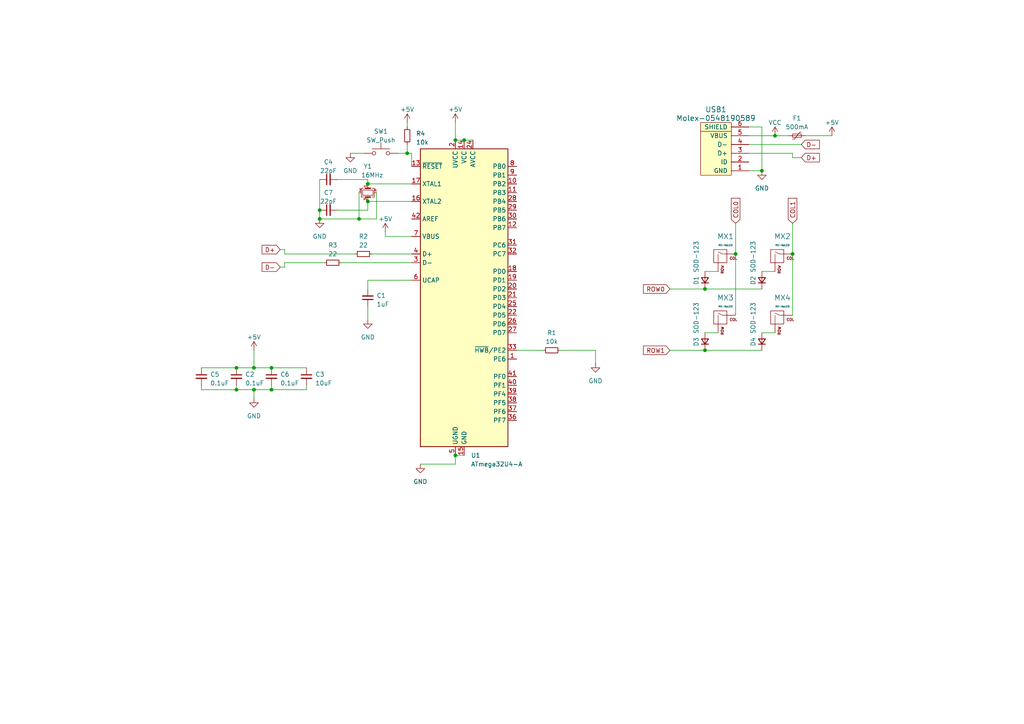
<source format=kicad_sch>
(kicad_sch (version 20230121) (generator eeschema)
  (paper "A4")
  (lib_symbols
    (symbol "Device:C_Small" (pin_numbers hide) (pin_names (offset 0.254) hide)
      (property "Reference" "C" (at 0.254 1.778 0))
      (property "Value" "C_Small" (at 0.254 -2.032 0))
      (symbol "C_Small_0_1"
        (polyline (pts (xy -1.524 -0.508) (xy 1.524 -0.508)) (stroke (width 0.3302)))
        (polyline (pts (xy -1.524 0.508) (xy 1.524 0.508)) (stroke (width 0.3048)))
      )
      (symbol "C_Small_1_1"
        (pin passive line (at 0 2.54 270) (length 2.032) (name "~") (number "1"))
        (pin passive line (at 0 -2.54 90) (length 2.032) (name "~") (number "2"))
      )
    )
    (symbol "Device:Crystal_GND24_Small" (pin_names (offset 1.016) hide)
      (property "Reference" "Y" (at 1.27 4.445 0))
      (property "Value" "Crystal_GND24_Small" (at 1.27 2.54 0))
      (symbol "Crystal_GND24_Small_0_1"
        (rectangle (start -0.762 -1.524) (end 0.762 1.524))
        (polyline (pts (xy -1.27 -0.762) (xy -1.27 0.762)) (stroke (width 0.381)))
        (polyline (pts (xy 1.27 -0.762) (xy 1.27 0.762)) (stroke (width 0.381)))
        (polyline (pts (xy -1.27 -1.27) (xy -1.27 -1.905) (xy 1.27 -1.905) (xy 1.27 -1.27)))
        (polyline (pts (xy -1.27 1.27) (xy -1.27 1.905) (xy 1.27 1.905) (xy 1.27 1.27)))
      )
      (symbol "Crystal_GND24_Small_1_1"
        (pin passive line (at -2.54 0 0) (length 1.27) (name "1") (number "1"))
        (pin passive line (at 0 -2.54 90) (length 0.635) (name "2") (number "2"))
        (pin passive line (at 2.54 0 180) (length 1.27) (name "3") (number "3"))
        (pin passive line (at 0 2.54 270) (length 0.635) (name "4") (number "4"))
      )
    )
    (symbol "Device:D_Small" (pin_numbers hide) (pin_names (offset 0.254) hide)
      (property "Reference" "D" (at -1.27 2.032 0))
      (property "Value" "D_Small" (at -3.81 -2.032 0))
      (symbol "D_Small_0_1"
        (polyline (pts (xy -0.762 -1.016) (xy -0.762 1.016)) (stroke (width 0.254)))
        (polyline (pts (xy -0.762 0) (xy 0.762 0)))
        (polyline (pts (xy 0.762 -1.016) (xy -0.762 0) (xy 0.762 1.016) (xy 0.762 -1.016)) (stroke (width 0.254)))
      )
      (symbol "D_Small_1_1"
        (pin passive line (at -2.54 0 0) (length 1.778) (name "K") (number "1"))
        (pin passive line (at 2.54 0 180) (length 1.778) (name "A") (number "2"))
      )
    )
    (symbol "Device:Polyfuse_Small" (pin_numbers hide) (pin_names (offset 0))
      (property "Reference" "F" (at -1.905 0 90))
      (property "Value" "Polyfuse_Small" (at 1.905 0 90))
      (symbol "Polyfuse_Small_0_1"
        (rectangle (start -0.508 1.27) (end 0.508 -1.27))
        (polyline (pts (xy 0 2.54) (xy 0 -2.54)))
        (polyline (pts (xy -1.016 1.27) (xy -1.016 0.762) (xy 1.016 -0.762) (xy 1.016 -1.27)))
      )
      (symbol "Polyfuse_Small_1_1"
        (pin passive line (at 0 2.54 270) (length 0.635) (name "~") (number "1"))
        (pin passive line (at 0 -2.54 90) (length 0.635) (name "~") (number "2"))
      )
    )
    (symbol "Device:R_Small" (pin_numbers hide) (pin_names (offset 0.254) hide)
      (property "Reference" "R" (at 0.762 0.508 0))
      (property "Value" "R_Small" (at 0.762 -1.016 0))
      (symbol "R_Small_0_1"
        (rectangle (start -0.762 1.778) (end 0.762 -1.778) (stroke (width 0.2032)))
      )
      (symbol "R_Small_1_1"
        (pin passive line (at 0 2.54 270) (length 0.762) (name "~") (number "1"))
        (pin passive line (at 0 -2.54 90) (length 0.762) (name "~") (number "2"))
      )
    )
    (symbol "MCU_Microchip_ATmega:ATmega32U4-A"
      (property "Reference" "U" (at -12.7 44.45 0))
      (property "Value" "ATmega32U4-A" (at 2.54 -44.45 0))
      (symbol "ATmega32U4-A_0_1"
        (rectangle (start -12.7 -43.18) (end 12.7 43.18) (stroke (width 0.254)) (fill (type background)))
      )
      (symbol "ATmega32U4-A_1_1"
        (pin bidirectional line (at 15.24 -17.78 180) (length 2.54) (name "PE6") (number "1"))
        (pin bidirectional line (at 15.24 33.02 180) (length 2.54) (name "PB2") (number "10"))
        (pin bidirectional line (at 15.24 30.48 180) (length 2.54) (name "PB3") (number "11"))
        (pin bidirectional line (at 15.24 20.32 180) (length 2.54) (name "PB7") (number "12"))
        (pin input line (at -15.24 38.1 0) (length 2.54) (name "~{RESET}") (number "13"))
        (pin power_in line (at 0 45.72 270) (length 2.54) (name "VCC") (number "14"))
        (pin power_in line (at 0 -45.72 90) (length 2.54) (name "GND") (number "15"))
        (pin output line (at -15.24 27.94 0) (length 2.54) (name "XTAL2") (number "16"))
        (pin input line (at -15.24 33.02 0) (length 2.54) (name "XTAL1") (number "17"))
        (pin bidirectional line (at 15.24 7.62 180) (length 2.54) (name "PD0") (number "18"))
        (pin bidirectional line (at 15.24 5.08 180) (length 2.54) (name "PD1") (number "19"))
        (pin power_in line (at -2.54 45.72 270) (length 2.54) (name "UVCC") (number "2"))
        (pin bidirectional line (at 15.24 2.54 180) (length 2.54) (name "PD2") (number "20"))
        (pin bidirectional line (at 15.24 0 180) (length 2.54) (name "PD3") (number "21"))
        (pin bidirectional line (at 15.24 -5.08 180) (length 2.54) (name "PD5") (number "22"))
        (pin passive line (at 0 -45.72 90) (length 2.54) hide (name "GND") (number "23"))
        (pin power_in line (at 2.54 45.72 270) (length 2.54) (name "AVCC") (number "24"))
        (pin bidirectional line (at 15.24 -2.54 180) (length 2.54) (name "PD4") (number "25"))
        (pin bidirectional line (at 15.24 -7.62 180) (length 2.54) (name "PD6") (number "26"))
        (pin bidirectional line (at 15.24 -10.16 180) (length 2.54) (name "PD7") (number "27"))
        (pin bidirectional line (at 15.24 27.94 180) (length 2.54) (name "PB4") (number "28"))
        (pin bidirectional line (at 15.24 25.4 180) (length 2.54) (name "PB5") (number "29"))
        (pin bidirectional line (at -15.24 10.16 0) (length 2.54) (name "D-") (number "3"))
        (pin bidirectional line (at 15.24 22.86 180) (length 2.54) (name "PB6") (number "30"))
        (pin bidirectional line (at 15.24 15.24 180) (length 2.54) (name "PC6") (number "31"))
        (pin bidirectional line (at 15.24 12.7 180) (length 2.54) (name "PC7") (number "32"))
        (pin bidirectional line (at 15.24 -15.24 180) (length 2.54) (name "~{HWB}/PE2") (number "33"))
        (pin passive line (at 0 45.72 270) (length 2.54) hide (name "VCC") (number "34"))
        (pin passive line (at 0 -45.72 90) (length 2.54) hide (name "GND") (number "35"))
        (pin bidirectional line (at 15.24 -35.56 180) (length 2.54) (name "PF7") (number "36"))
        (pin bidirectional line (at 15.24 -33.02 180) (length 2.54) (name "PF6") (number "37"))
        (pin bidirectional line (at 15.24 -30.48 180) (length 2.54) (name "PF5") (number "38"))
        (pin bidirectional line (at 15.24 -27.94 180) (length 2.54) (name "PF4") (number "39"))
        (pin bidirectional line (at -15.24 12.7 0) (length 2.54) (name "D+") (number "4"))
        (pin bidirectional line (at 15.24 -25.4 180) (length 2.54) (name "PF1") (number "40"))
        (pin bidirectional line (at 15.24 -22.86 180) (length 2.54) (name "PF0") (number "41"))
        (pin passive line (at -15.24 22.86 0) (length 2.54) (name "AREF") (number "42"))
        (pin passive line (at 0 -45.72 90) (length 2.54) hide (name "GND") (number "43"))
        (pin passive line (at 2.54 45.72 270) (length 2.54) hide (name "AVCC") (number "44"))
        (pin passive line (at -2.54 -45.72 90) (length 2.54) (name "UGND") (number "5"))
        (pin passive line (at -15.24 5.08 0) (length 2.54) (name "UCAP") (number "6"))
        (pin input line (at -15.24 17.78 0) (length 2.54) (name "VBUS") (number "7"))
        (pin bidirectional line (at 15.24 38.1 180) (length 2.54) (name "PB0") (number "8"))
        (pin bidirectional line (at 15.24 35.56 180) (length 2.54) (name "PB1") (number "9"))
      )
    )
    (symbol "MX_Alps_Hybrid:MX-NoLED" (pin_names (offset 1.016))
      (property "Reference" "MX" (at -0.635 3.81 0))
      (property "Value" "MX-NoLED" (at -0.635 1.27 0))
      (symbol "MX-NoLED_0_0"
        (rectangle (start -2.54 2.54) (end 1.27 -1.27))
        (polyline (pts (xy -1.27 -1.27) (xy -1.27 1.27)) (stroke (width 0.127)))
        (polyline (pts (xy 1.27 1.27) (xy 0 1.27) (xy -1.27 1.905)) (stroke (width 0.127)))
        (text "COL" (at 3.175 0 0) (effects (font (size 0.762 0.762))))
        (text "ROW" (at 0 -1.905 900) (effects (font (size 0.762 0.762)) (justify right)))
      )
      (symbol "MX-NoLED_1_1"
        (pin passive line (at 3.81 1.27 180) (length 2.54) (name "COL") (number "1"))
        (pin passive line (at -1.27 -3.81 90) (length 2.54) (name "ROW") (number "2"))
      )
    )
    (symbol "Switch:SW_Push" (pin_numbers hide) (pin_names (offset 1.016) hide)
      (property "Reference" "SW" (at 1.27 2.54 0))
      (property "Value" "SW_Push" (at 0 -1.524 0))
      (symbol "SW_Push_0_1"
        (circle (center -2.032 0) (radius 0.508))
        (polyline (pts (xy 0 1.27) (xy 0 3.048)))
        (polyline (pts (xy 2.54 1.27) (xy -2.54 1.27)))
        (circle (center 2.032 0) (radius 0.508))
        (pin passive line (at -5.08 0 0) (length 2.54) (name "1") (number "1"))
        (pin passive line (at 5.08 0 180) (length 2.54) (name "2") (number "2"))
      )
    )
    (symbol "power:+5V" (power) (pin_names (offset 0))
      (property "Value" "+5V" (at 0 3.556 0))
      (symbol "+5V_0_1"
        (polyline (pts (xy -0.762 1.27) (xy 0 2.54)))
        (polyline (pts (xy 0 0) (xy 0 2.54)))
        (polyline (pts (xy 0 2.54) (xy 0.762 1.27)))
      )
      (symbol "+5V_1_1"
        (pin power_in line (at 0 0 90) (length 0) hide (name "+5V") (number "1"))
      )
    )
    (symbol "power:GND" (power) (pin_names (offset 0))
      (property "Value" "GND" (at 0 -3.81 0))
      (symbol "GND_0_1"
        (polyline (pts (xy 0 0) (xy 0 -1.27) (xy 1.27 -1.27) (xy 0 -2.54) (xy -1.27 -1.27) (xy 0 -1.27)))
      )
      (symbol "GND_1_1"
        (pin power_in line (at 0 0 270) (length 0) hide (name "GND") (number "1"))
      )
    )
    (symbol "power:VCC" (power) (pin_names (offset 0))
      (property "Value" "VCC" (at 0 3.81 0))
      (symbol "VCC_0_1"
        (polyline (pts (xy -0.762 1.27) (xy 0 2.54)))
        (polyline (pts (xy 0 0) (xy 0 2.54)))
        (polyline (pts (xy 0 2.54) (xy 0.762 1.27)))
      )
      (symbol "VCC_1_1"
        (pin power_in line (at 0 0 90) (length 0) hide (name "VCC") (number "1"))
      )
    )
    (symbol "random-keyboard-parts:Molex-0548190589" (pin_names (offset 1.016))
      (property "Reference" "USB" (at 0 7.62 0))
      (property "Value" "Molex-0548190589" (at 0 10.16 0))
      (symbol "Molex-0548190589_0_0"
        (polyline (pts (xy 6.35 -2.54) (xy 6.35 6.35)))
        (rectangle (start 8.89 -2.54) (end -6.35 6.35) (fill (type background)))
      )
      (symbol "Molex-0548190589_1_1"
        (pin input line (at -5.08 -7.62 90) (length 5.08) (name "GND") (number "1"))
        (pin input line (at -2.54 -7.62 90) (length 5.08) (name "ID") (number "2"))
        (pin input line (at 0 -7.62 90) (length 5.08) (name "D+") (number "3"))
        (pin input line (at 2.54 -7.62 90) (length 5.08) (name "D-") (number "4"))
        (pin input line (at 5.08 -7.62 90) (length 5.08) (name "VBUS") (number "5"))
        (pin input line (at 7.62 -7.62 90) (length 5.08) (name "SHIELD") (number "6"))
      )
    )
  )
  (junction (at 92.71 63.5))
  (junction (at 213.36 73.66))
  (junction (at 118.11 44.45))
  (junction (at 106.68 58.42))
  (junction (at 132.08 132.08))
  (junction (at 220.98 49.53))
  (junction (at 78.74 106.68))
  (junction (at 134.62 40.64))
  (junction (at 204.47 101.6))
  (junction (at 73.66 113.03))
  (junction (at 229.87 73.66))
  (junction (at 92.71 60.96))
  (junction (at 78.74 113.03))
  (junction (at 132.08 40.64))
  (junction (at 73.66 106.68))
  (junction (at 68.58 113.03))
  (junction (at 204.47 83.82))
  (junction (at 106.68 53.34))
  (junction (at 224.79 39.37))
  (junction (at 104.14 63.5))
  (junction (at 68.58 106.68))
  (wire (pts (xy 134.62 40.64) (xy 132.08 40.64)))
  (wire (pts (xy 82.55 73.66) (xy 102.87 73.66)))
  (wire (pts (xy 118.11 44.45) (xy 115.57 44.45)))
  (wire (pts (xy 68.58 111.76) (xy 68.58 113.03)))
  (wire (pts (xy 81.28 72.39) (xy 82.55 72.39)))
  (wire (pts (xy 106.68 53.34) (xy 119.38 53.34)))
  (wire (pts (xy 229.87 44.45) (xy 229.87 45.72)))
  (wire (pts (xy 58.42 113.03) (xy 58.42 111.76)))
  (wire (pts (xy 204.47 101.6) (xy 220.98 101.6)))
  (wire (pts (xy 92.71 60.96) (xy 92.71 63.5)))
  (wire (pts (xy 97.79 60.96) (xy 106.68 60.96)))
  (wire (pts (xy 78.74 106.68) (xy 88.9 106.68)))
  (wire (pts (xy 111.76 68.58) (xy 119.38 68.58)))
  (wire (pts (xy 106.68 81.28) (xy 106.68 83.82)))
  (wire (pts (xy 217.17 49.53) (xy 220.98 49.53)))
  (wire (pts (xy 213.36 73.66) (xy 213.36 91.44)))
  (wire (pts (xy 104.14 63.5) (xy 109.22 63.5)))
  (wire (pts (xy 82.55 76.2) (xy 93.98 76.2)))
  (wire (pts (xy 118.11 41.91) (xy 118.11 44.45)))
  (wire (pts (xy 220.98 78.74) (xy 224.79 78.74)))
  (wire (pts (xy 119.38 81.28) (xy 106.68 81.28)))
  (wire (pts (xy 213.36 64.77) (xy 213.36 73.66)))
  (wire (pts (xy 149.86 101.6) (xy 157.48 101.6)))
  (wire (pts (xy 81.28 77.47) (xy 82.55 77.47)))
  (wire (pts (xy 172.72 101.6) (xy 172.72 105.41)))
  (wire (pts (xy 99.06 76.2) (xy 119.38 76.2)))
  (wire (pts (xy 88.9 111.76) (xy 88.9 113.03)))
  (wire (pts (xy 224.79 39.37) (xy 228.6 39.37)))
  (wire (pts (xy 107.95 73.66) (xy 119.38 73.66)))
  (wire (pts (xy 106.68 52.07) (xy 106.68 53.34)))
  (wire (pts (xy 109.22 55.88) (xy 109.22 63.5)))
  (wire (pts (xy 229.87 73.66) (xy 229.87 91.44)))
  (wire (pts (xy 73.66 113.03) (xy 78.74 113.03)))
  (wire (pts (xy 132.08 132.08) (xy 134.62 132.08)))
  (wire (pts (xy 73.66 101.6) (xy 73.66 106.68)))
  (wire (pts (xy 73.66 113.03) (xy 73.66 115.57)))
  (wire (pts (xy 204.47 78.74) (xy 208.28 78.74)))
  (wire (pts (xy 134.62 40.64) (xy 137.16 40.64)))
  (wire (pts (xy 204.47 83.82) (xy 220.98 83.82)))
  (wire (pts (xy 233.68 39.37) (xy 241.3 39.37)))
  (wire (pts (xy 82.55 72.39) (xy 82.55 73.66)))
  (wire (pts (xy 106.68 58.42) (xy 119.38 58.42)))
  (wire (pts (xy 217.17 41.91) (xy 232.41 41.91)))
  (wire (pts (xy 217.17 36.83) (xy 220.98 36.83)))
  (wire (pts (xy 194.31 83.82) (xy 204.47 83.82)))
  (wire (pts (xy 217.17 44.45) (xy 229.87 44.45)))
  (wire (pts (xy 132.08 35.56) (xy 132.08 40.64)))
  (wire (pts (xy 106.68 88.9) (xy 106.68 92.71)))
  (wire (pts (xy 217.17 39.37) (xy 224.79 39.37)))
  (wire (pts (xy 119.38 48.26) (xy 119.38 44.45)))
  (wire (pts (xy 58.42 106.68) (xy 68.58 106.68)))
  (wire (pts (xy 88.9 113.03) (xy 78.74 113.03)))
  (wire (pts (xy 68.58 113.03) (xy 58.42 113.03)))
  (wire (pts (xy 119.38 44.45) (xy 118.11 44.45)))
  (wire (pts (xy 194.31 101.6) (xy 204.47 101.6)))
  (wire (pts (xy 111.76 67.31) (xy 111.76 68.58)))
  (wire (pts (xy 68.58 113.03) (xy 73.66 113.03)))
  (wire (pts (xy 204.47 96.52) (xy 208.28 96.52)))
  (wire (pts (xy 121.92 134.62) (xy 132.08 134.62)))
  (wire (pts (xy 101.6 44.45) (xy 105.41 44.45)))
  (wire (pts (xy 106.68 60.96) (xy 106.68 58.42)))
  (wire (pts (xy 92.71 63.5) (xy 104.14 63.5)))
  (wire (pts (xy 82.55 77.47) (xy 82.55 76.2)))
  (wire (pts (xy 229.87 45.72) (xy 232.41 45.72)))
  (wire (pts (xy 220.98 96.52) (xy 224.79 96.52)))
  (wire (pts (xy 118.11 35.56) (xy 118.11 36.83)))
  (wire (pts (xy 73.66 106.68) (xy 78.74 106.68)))
  (wire (pts (xy 104.14 55.88) (xy 104.14 63.5)))
  (wire (pts (xy 92.71 52.07) (xy 92.71 60.96)))
  (wire (pts (xy 162.56 101.6) (xy 172.72 101.6)))
  (wire (pts (xy 132.08 134.62) (xy 132.08 132.08)))
  (wire (pts (xy 97.79 52.07) (xy 106.68 52.07)))
  (wire (pts (xy 220.98 36.83) (xy 220.98 49.53)))
  (wire (pts (xy 229.87 64.77) (xy 229.87 73.66)))
  (wire (pts (xy 78.74 113.03) (xy 78.74 111.76)))
  (wire (pts (xy 68.58 106.68) (xy 73.66 106.68)))
  (global_label "D-" (shape input) (at 232.41 41.91 0) (property "Intersheetrefs" "${INTERSHEET_REFS}" (effects hide)))
  (global_label "ROW1" (shape input) (at 194.31 101.6 180) (property "Intersheetrefs" "${INTERSHEET_REFS}" (effects hide)))
  (global_label "D+" (shape input) (at 81.28 72.39 180) (property "Intersheetrefs" "${INTERSHEET_REFS}" (effects hide)))
  (global_label "D+" (shape input) (at 232.41 45.72 0) (property "Intersheetrefs" "${INTERSHEET_REFS}" (effects hide)))
  (global_label "COL0" (shape input) (at 213.36 64.77 90) (property "Intersheetrefs" "${INTERSHEET_REFS}" (effects hide)))
  (global_label "D-" (shape input) (at 81.28 77.47 180) (property "Intersheetrefs" "${INTERSHEET_REFS}" (effects hide)))
  (global_label "ROW0" (shape input) (at 194.31 83.82 180) (property "Intersheetrefs" "${INTERSHEET_REFS}" (effects hide)))
  (global_label "COL1" (shape input) (at 229.87 64.77 90) (property "Intersheetrefs" "${INTERSHEET_REFS}" (effects hide)))
  (symbol (lib_id "Switch:SW_Push") (at 110.49 44.45 0) (unit 1)
    (property "Reference" "SW1" (at 110.49 38.1 0))
    (property "Value" "SW_Push" (at 110.49 40.64 0))
    (property "Footprint" "random-keyboard-parts:SKQG-1155865" (effects hide))
  )
  (symbol (lib_id "Device:Crystal_GND24_Small") (at 106.68 55.88 270) (unit 1)
    (property "Reference" "Y1" (at 106.68 48.26 90))
    (property "Value" "16MHz" (at 107.95 50.8 90))
    (property "Footprint" "Crystal:Crystal_SMD_3225-4Pin_3.2x2.5mm_HandSoldering" (effects hide))
  )
  (symbol (lib_id "power:+5V") (at 73.66 101.6 0) (unit 1)
    (property "Reference" "#PWR05" (effects hide))
    (property "Value" "+5V" (at 73.66 97.79 0))
  )
  (symbol (lib_id "power:GND") (at 106.68 92.71 0) (unit 1)
    (property "Reference" "#PWR04" (effects hide))
    (property "Value" "GND" (at 106.68 97.79 0))
  )
  (symbol (lib_id "random-keyboard-parts:Molex-0548190589") (at 209.55 44.45 90) (unit 1)
    (property "Reference" "USB1" (at 207.645 31.75 90) (effects (font (size 1.524 1.524))))
    (property "Value" "Molex-0548190589" (at 207.645 34.29 90) (effects (font (size 1.524 1.524))))
    (property "Footprint" "random-keyboard-parts:Molex-0548190589" (effects hide))
  )
  (symbol (lib_id "power:GND") (at 92.71 63.5 0) (unit 1)
    (property "Reference" "#PWR08" (effects hide))
    (property "Value" "GND" (at 92.71 68.58 0))
  )
  (symbol (lib_id "power:GND") (at 172.72 105.41 0) (unit 1)
    (property "Reference" "#PWR03" (effects hide))
    (property "Value" "GND" (at 172.72 110.49 0))
  )
  (symbol (lib_id "power:GND") (at 220.98 49.53 0) (unit 1)
    (property "Reference" "#PWR013" (effects hide))
    (property "Value" "GND" (at 220.98 54.61 0))
  )
  (symbol (lib_id "Device:R_Small") (at 118.11 39.37 0) (unit 1)
    (property "Reference" "R4" (at 120.65 38.735 0) (effects (justify left)))
    (property "Value" "10k" (at 120.65 41.275 0) (effects (justify left)))
    (property "Footprint" "Resistor_SMD:R_0805_2012Metric" (effects hide))
  )
  (symbol (lib_id "MX_Alps_Hybrid:MX-NoLED") (at 209.55 74.93 0) (unit 1)
    (property "Reference" "MX1" (at 210.4332 68.58 0) (effects (font (size 1.524 1.524))))
    (property "Value" "MX-NoLED" (at 210.4332 71.12 0) (effects (font (size 0.508 0.508))))
    (property "Footprint" "MX_Alps_Hybrid:MX-1U-NoLED" (effects hide))
  )
  (symbol (lib_id "power:VCC") (at 224.79 39.37 0) (unit 1)
    (property "Reference" "#PWR011" (effects hide))
    (property "Value" "VCC" (at 224.79 35.56 0))
  )
  (symbol (lib_id "MX_Alps_Hybrid:MX-NoLED") (at 209.55 92.71 0) (unit 1)
    (property "Reference" "MX3" (at 210.4332 86.36 0) (effects (font (size 1.524 1.524))))
    (property "Value" "MX-NoLED" (at 210.4332 88.9 0) (effects (font (size 0.508 0.508))))
    (property "Footprint" "MX_Alps_Hybrid:MX-1U-NoLED" (effects hide))
  )
  (symbol (lib_id "MX_Alps_Hybrid:MX-NoLED") (at 226.06 92.71 0) (unit 1)
    (property "Reference" "MX4" (at 226.9432 86.36 0) (effects (font (size 1.524 1.524))))
    (property "Value" "MX-NoLED" (at 226.9432 88.9 0) (effects (font (size 0.508 0.508))))
    (property "Footprint" "MX_Alps_Hybrid:MX-1U-NoLED" (effects hide))
  )
  (symbol (lib_id "power:+5V") (at 132.08 35.56 0) (unit 1)
    (property "Reference" "#PWR01" (effects hide))
    (property "Value" "+5V" (at 132.08 31.75 0))
  )
  (symbol (lib_id "Device:D_Small") (at 220.98 99.06 90) (unit 1)
    (property "Reference" "D4" (at 218.44 97.79 0) (effects (justify right)))
    (property "Value" "SOD-123" (at 218.44 87.63 0) (effects (justify right)))
    (property "Footprint" "Diode_SMD:D_SOD-123" (effects hide))
    (property "Sim.Device" "D" (effects hide))
    (property "Sim.Pins" "1=K 2=A" (effects hide))
  )
  (symbol (lib_id "Device:Polyfuse_Small") (at 231.14 39.37 90) (unit 1)
    (property "Reference" "F1" (at 231.14 34.29 90))
    (property "Value" "500mA" (at 231.14 36.83 90))
    (property "Footprint" "Fuse:Fuse_1206_3216Metric" (effects hide))
  )
  (symbol (lib_id "power:GND") (at 121.92 134.62 0) (unit 1)
    (property "Reference" "#PWR02" (effects hide))
    (property "Value" "GND" (at 121.92 139.7 0))
  )
  (symbol (lib_id "Device:C_Small") (at 68.58 109.22 0) (unit 1)
    (property "Reference" "C2" (at 71.12 108.5913 0) (effects (justify left)))
    (property "Value" "0.1uF" (at 71.12 111.1313 0) (effects (justify left)))
    (property "Footprint" "Capacitor_SMD:C_0805_2012Metric" (effects hide))
  )
  (symbol (lib_id "MCU_Microchip_ATmega:ATmega32U4-A") (at 134.62 86.36 0) (unit 1)
    (property "Reference" "U1" (at 136.5759 132.08 0) (effects (justify left)))
    (property "Value" "ATmega32U4-A" (at 136.5759 134.62 0) (effects (justify left)))
    (property "Footprint" "Package_QFP:TQFP-44_10x10mm_P0.8mm" (effects hide))
    (property "Datasheet" "http://ww1.microchip.com/downloads/en/DeviceDoc/Atmel-7766-8-bit-AVR-ATmega16U4-32U4_Datasheet.pdf" (effects hide))
  )
  (symbol (lib_id "power:GND") (at 101.6 44.45 0) (unit 1)
    (property "Reference" "#PWR09" (effects hide))
    (property "Value" "GND" (at 101.6 49.53 0))
  )
  (symbol (lib_id "Device:C_Small") (at 88.9 109.22 0) (unit 1)
    (property "Reference" "C3" (at 91.44 108.5913 0) (effects (justify left)))
    (property "Value" "10uF" (at 91.44 111.1313 0) (effects (justify left)))
    (property "Footprint" "Capacitor_SMD:C_0805_2012Metric" (effects hide))
  )
  (symbol (lib_id "Device:D_Small") (at 220.98 81.28 90) (unit 1)
    (property "Reference" "D2" (at 218.44 80.01 0) (effects (justify right)))
    (property "Value" "SOD-123" (at 218.44 69.85 0) (effects (justify right)))
    (property "Footprint" "Diode_SMD:D_SOD-123" (effects hide))
    (property "Sim.Device" "D" (effects hide))
    (property "Sim.Pins" "1=K 2=A" (effects hide))
  )
  (symbol (lib_id "Device:C_Small") (at 95.25 60.96 90) (unit 1)
    (property "Reference" "C7" (at 95.2563 55.88 90))
    (property "Value" "22pF" (at 95.2563 58.42 90))
    (property "Footprint" "Capacitor_SMD:C_0805_2012Metric" (effects hide))
  )
  (symbol (lib_id "Device:R_Small") (at 96.52 76.2 90) (unit 1)
    (property "Reference" "R3" (at 96.52 71.12 90))
    (property "Value" "22" (at 96.52 73.66 90))
    (property "Footprint" "Resistor_SMD:R_0805_2012Metric" (effects hide))
  )
  (symbol (lib_id "power:+5V") (at 241.3 39.37 0) (unit 1)
    (property "Reference" "#PWR012" (effects hide))
    (property "Value" "+5V" (at 241.3 35.56 0))
  )
  (symbol (lib_id "Device:D_Small") (at 204.47 99.06 90) (unit 1)
    (property "Reference" "D3" (at 201.93 97.79 0) (effects (justify right)))
    (property "Value" "SOD-123" (at 201.93 87.63 0) (effects (justify right)))
    (property "Footprint" "Diode_SMD:D_SOD-123" (effects hide))
    (property "Sim.Device" "D" (effects hide))
    (property "Sim.Pins" "1=K 2=A" (effects hide))
  )
  (symbol (lib_id "power:+5V") (at 111.76 67.31 0) (unit 1)
    (property "Reference" "#PWR07" (effects hide))
    (property "Value" "+5V" (at 111.76 63.5 0))
  )
  (symbol (lib_id "Device:R_Small") (at 105.41 73.66 90) (unit 1)
    (property "Reference" "R2" (at 105.41 68.58 90))
    (property "Value" "22" (at 105.41 71.12 90))
    (property "Footprint" "Resistor_SMD:R_0805_2012Metric" (effects hide))
  )
  (symbol (lib_id "Device:C_Small") (at 58.42 109.22 0) (unit 1)
    (property "Reference" "C5" (at 60.96 108.5913 0) (effects (justify left)))
    (property "Value" "0.1uF" (at 60.96 111.1313 0) (effects (justify left)))
    (property "Footprint" "Capacitor_SMD:C_0805_2012Metric" (effects hide))
  )
  (symbol (lib_id "Device:C_Small") (at 78.74 109.22 0) (unit 1)
    (property "Reference" "C6" (at 81.28 108.5913 0) (effects (justify left)))
    (property "Value" "0.1uF" (at 81.28 111.1313 0) (effects (justify left)))
    (property "Footprint" "Capacitor_SMD:C_0805_2012Metric" (effects hide))
  )
  (symbol (lib_id "Device:C_Small") (at 95.25 52.07 90) (unit 1)
    (property "Reference" "C4" (at 95.2563 46.99 90))
    (property "Value" "22pF" (at 95.2563 49.53 90))
    (property "Footprint" "Capacitor_SMD:C_0805_2012Metric" (effects hide))
  )
  (symbol (lib_id "Device:R_Small") (at 160.02 101.6 90) (unit 1)
    (property "Reference" "R1" (at 160.02 96.52 90))
    (property "Value" "10k" (at 160.02 99.06 90))
    (property "Footprint" "Resistor_SMD:R_0805_2012Metric" (effects hide))
  )
  (symbol (lib_id "MX_Alps_Hybrid:MX-NoLED") (at 226.06 74.93 0) (unit 1)
    (property "Reference" "MX2" (at 226.9432 68.58 0) (effects (font (size 1.524 1.524))))
    (property "Value" "MX-NoLED" (at 226.9432 71.12 0) (effects (font (size 0.508 0.508))))
    (property "Footprint" "MX_Alps_Hybrid:MX-1U-NoLED" (effects hide))
  )
  (symbol (lib_id "Device:D_Small") (at 204.47 81.28 90) (unit 1)
    (property "Reference" "D1" (at 201.93 80.01 0) (effects (justify right)))
    (property "Value" "SOD-123" (at 201.93 69.85 0) (effects (justify right)))
    (property "Footprint" "Diode_SMD:D_SOD-123" (effects hide))
    (property "Sim.Device" "D" (effects hide))
    (property "Sim.Pins" "1=K 2=A" (effects hide))
  )
  (symbol (lib_id "power:+5V") (at 118.11 35.56 0) (unit 1)
    (property "Reference" "#PWR010" (effects hide))
    (property "Value" "+5V" (at 118.11 31.75 0))
  )
  (symbol (lib_id "Device:C_Small") (at 106.68 86.36 180) (unit 1)
    (property "Reference" "C1" (at 109.22 85.7186 0) (effects (justify right)))
    (property "Value" "1uF" (at 109.22 88.2586 0) (effects (justify right)))
    (property "Footprint" "Capacitor_SMD:C_0805_2012Metric" (effects hide))
  )
  (symbol (lib_id "power:GND") (at 73.66 115.57 0) (unit 1)
    (property "Reference" "#PWR06" (effects hide))
    (property "Value" "GND" (at 73.66 120.65 0))
  )
)
</source>
